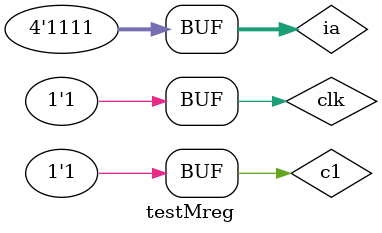
<source format=v>
module testMreg(); 
	reg clk, c1;
	reg [3:0] ia;
	wire [3:0] q;


	mreg dut(.clk(clk), .c1(c1), .ia(ia), .q(q));


	initial 
	begin
		ia = 4'b0000;
		c1 = 1;
		#10;
		ia = 4'b1111;
		c1 = 0;
		#10;
		c1 = 1;
		#10;
	end
	
	always 
	begin
		clk = 0;
		#5;
		clk = 1;
		#5;
	end
endmodule


</source>
